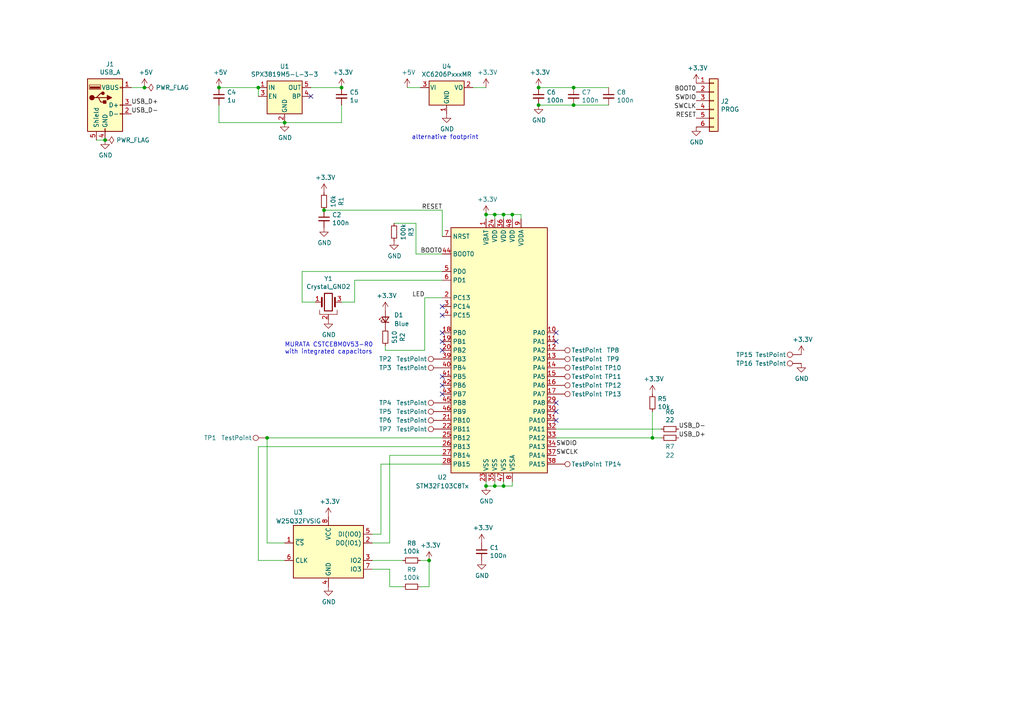
<source format=kicad_sch>
(kicad_sch (version 20211123) (generator eeschema)
  (paper "A4")
  (title_block (title "MiniPill usb stick with SPI flash") (date "2019-04-30") (rev "v0.2") (company "FLACO 2019, licence of this schematic is CC-BY-NC-SA") (comment 1 "STM32F103 \"Bluepill\" in a USB stick form factor") (comment 2 "Only a few IO pins are broken out in order to keep it small") (comment 3 "SPI flash in order to emulate a USB mass storage"))
  (lib_symbols
    (symbol "Connector:TestPoint" (pin_numbers hide) (pin_names (offset 0.762) hide)
      (property "Reference" "TP" (at 0 6.858 0))
      (property "Value" "TestPoint" (at 0 5.08 0))
      (symbol "TestPoint_0_1"
        (circle (center 0 3.302) (radius 0.762))
      )
      (symbol "TestPoint_1_1"
        (pin passive line (at 0 0 90) (length 2.54) (name "1") (number "1"))
      )
    )
    (symbol "Connector:USB_A" (pin_names (offset 1.016))
      (property "Reference" "J" (at -5.08 11.43 0))
      (property "Value" "USB_A" (at -5.08 8.89 0))
      (symbol "USB_A_0_1"
        (rectangle (start -5.08 -7.62) (end 5.08 7.62) (stroke (width 0.254)) (fill (type background)))
        (circle (center -3.81 2.159) (radius 0.635) (stroke (width 0.254)) (fill (type outline)))
        (rectangle (start -1.524 4.826) (end -4.318 5.334) (fill (type outline)))
        (rectangle (start -1.27 4.572) (end -4.572 5.842))
        (circle (center -0.635 3.429) (radius 0.381) (stroke (width 0.254)) (fill (type outline)))
        (rectangle (start -0.127 -7.62) (end 0.127 -6.858))
        (polyline (pts (xy -3.175 2.159) (xy -2.54 2.159) (xy -1.27 3.429) (xy -0.635 3.429)) (stroke (width 0.254)))
        (polyline (pts (xy -2.54 2.159) (xy -1.905 2.159) (xy -1.27 0.889) (xy 0 0.889)) (stroke (width 0.254)))
        (polyline (pts (xy 0.635 2.794) (xy 0.635 1.524) (xy 1.905 2.159) (xy 0.635 2.794)) (stroke (width 0.254)) (fill (type outline)))
        (rectangle (start 0.254 1.27) (end -0.508 0.508) (stroke (width 0.254)) (fill (type outline)))
        (rectangle (start 5.08 -2.667) (end 4.318 -2.413))
        (rectangle (start 5.08 -0.127) (end 4.318 0.127))
        (rectangle (start 5.08 4.953) (end 4.318 5.207))
      )
      (symbol "USB_A_1_1"
        (polyline (pts (xy -1.905 2.159) (xy 0.635 2.159)) (stroke (width 0.254)))
        (pin power_in line (at 7.62 5.08 180) (length 2.54) (name "VBUS") (number "1"))
        (pin bidirectional line (at 7.62 -2.54 180) (length 2.54) (name "D-") (number "2"))
        (pin bidirectional line (at 7.62 0 180) (length 2.54) (name "D+") (number "3"))
        (pin power_in line (at 0 -10.16 90) (length 2.54) (name "GND") (number "4"))
        (pin passive line (at -2.54 -10.16 90) (length 2.54) (name "Shield") (number "5"))
      )
    )
    (symbol "Connector_Generic:Conn_01x06" (pin_names (offset 1.016) hide)
      (property "Reference" "J" (at 0 7.62 0))
      (property "Value" "Conn_01x06" (at 0 -10.16 0))
      (symbol "Conn_01x06_1_1"
        (rectangle (start -1.27 -7.493) (end 0 -7.747) (stroke (width 0.1524)))
        (rectangle (start -1.27 -4.953) (end 0 -5.207) (stroke (width 0.1524)))
        (rectangle (start -1.27 -2.413) (end 0 -2.667) (stroke (width 0.1524)))
        (rectangle (start -1.27 0.127) (end 0 -0.127) (stroke (width 0.1524)))
        (rectangle (start -1.27 2.667) (end 0 2.413) (stroke (width 0.1524)))
        (rectangle (start -1.27 5.207) (end 0 4.953) (stroke (width 0.1524)))
        (rectangle (start -1.27 6.35) (end 1.27 -8.89) (stroke (width 0.254)) (fill (type background)))
        (pin passive line (at -5.08 5.08 0) (length 3.81) (name "Pin_1") (number "1"))
        (pin passive line (at -5.08 2.54 0) (length 3.81) (name "Pin_2") (number "2"))
        (pin passive line (at -5.08 0 0) (length 3.81) (name "Pin_3") (number "3"))
        (pin passive line (at -5.08 -2.54 0) (length 3.81) (name "Pin_4") (number "4"))
        (pin passive line (at -5.08 -5.08 0) (length 3.81) (name "Pin_5") (number "5"))
        (pin passive line (at -5.08 -7.62 0) (length 3.81) (name "Pin_6") (number "6"))
      )
    )
    (symbol "Device:C_Small" (pin_numbers hide) (pin_names (offset 0.254) hide)
      (property "Reference" "C" (at 0.254 1.778 0))
      (property "Value" "C_Small" (at 0.254 -2.032 0))
      (symbol "C_Small_0_1"
        (polyline (pts (xy -1.524 -0.508) (xy 1.524 -0.508)) (stroke (width 0.3302)))
        (polyline (pts (xy -1.524 0.508) (xy 1.524 0.508)) (stroke (width 0.3048)))
      )
      (symbol "C_Small_1_1"
        (pin passive line (at 0 2.54 270) (length 2.032) (name "~") (number "1"))
        (pin passive line (at 0 -2.54 90) (length 2.032) (name "~") (number "2"))
      )
    )
    (symbol "Device:LED_Small" (pin_numbers hide) (pin_names (offset 0.254) hide)
      (property "Reference" "D" (at -1.27 3.175 0))
      (property "Value" "LED_Small" (at -4.445 -2.54 0))
      (symbol "LED_Small_0_1"
        (polyline (pts (xy -0.762 -1.016) (xy -0.762 1.016)) (stroke (width 0.254)))
        (polyline (pts (xy 1.016 0) (xy -0.762 0)))
        (polyline (pts (xy 0.762 -1.016) (xy -0.762 0) (xy 0.762 1.016) (xy 0.762 -1.016)) (stroke (width 0.254)))
        (polyline (pts (xy 0 0.762) (xy -0.508 1.27) (xy -0.254 1.27) (xy -0.508 1.27) (xy -0.508 1.016)))
        (polyline (pts (xy 0.508 1.27) (xy 0 1.778) (xy 0.254 1.778) (xy 0 1.778) (xy 0 1.524)))
      )
      (symbol "LED_Small_1_1"
        (pin passive line (at -2.54 0 0) (length 1.778) (name "K") (number "1"))
        (pin passive line (at 2.54 0 180) (length 1.778) (name "A") (number "2"))
      )
    )
    (symbol "Device:R_Small" (pin_numbers hide) (pin_names (offset 0.254) hide)
      (property "Reference" "R" (at 0.762 0.508 0))
      (property "Value" "R_Small" (at 0.762 -1.016 0))
      (symbol "R_Small_0_1"
        (rectangle (start -0.762 1.778) (end 0.762 -1.778) (stroke (width 0.2032)))
      )
      (symbol "R_Small_1_1"
        (pin passive line (at 0 2.54 270) (length 0.762) (name "~") (number "1"))
        (pin passive line (at 0 -2.54 90) (length 0.762) (name "~") (number "2"))
      )
    )
    (symbol "MCU_ST_STM32F1:STM32F103C8Tx"
      (property "Reference" "U" (at -15.24 36.83 0))
      (property "Value" "STM32F103C8Tx" (at 7.62 36.83 0))
      (symbol "STM32F103C8Tx_0_1"
        (rectangle (start -15.24 -35.56) (end 12.7 35.56) (stroke (width 0.254)) (fill (type background)))
      )
      (symbol "STM32F103C8Tx_1_1"
        (pin power_in line (at -5.08 38.1 270) (length 2.54) (name "VBAT") (number "1"))
        (pin bidirectional line (at 15.24 5.08 180) (length 2.54) (name "PA0") (number "10"))
        (pin bidirectional line (at 15.24 2.54 180) (length 2.54) (name "PA1") (number "11"))
        (pin bidirectional line (at 15.24 0 180) (length 2.54) (name "PA2") (number "12"))
        (pin bidirectional line (at 15.24 -2.54 180) (length 2.54) (name "PA3") (number "13"))
        (pin bidirectional line (at 15.24 -5.08 180) (length 2.54) (name "PA4") (number "14"))
        (pin bidirectional line (at 15.24 -7.62 180) (length 2.54) (name "PA5") (number "15"))
        (pin bidirectional line (at 15.24 -10.16 180) (length 2.54) (name "PA6") (number "16"))
        (pin bidirectional line (at 15.24 -12.7 180) (length 2.54) (name "PA7") (number "17"))
        (pin bidirectional line (at -17.78 5.08 0) (length 2.54) (name "PB0") (number "18"))
        (pin bidirectional line (at -17.78 2.54 0) (length 2.54) (name "PB1") (number "19"))
        (pin bidirectional line (at -17.78 15.24 0) (length 2.54) (name "PC13") (number "2"))
        (pin bidirectional line (at -17.78 0 0) (length 2.54) (name "PB2") (number "20"))
        (pin bidirectional line (at -17.78 -20.32 0) (length 2.54) (name "PB10") (number "21"))
        (pin bidirectional line (at -17.78 -22.86 0) (length 2.54) (name "PB11") (number "22"))
        (pin power_in line (at -5.08 -38.1 90) (length 2.54) (name "VSS") (number "23"))
        (pin power_in line (at -2.54 38.1 270) (length 2.54) (name "VDD") (number "24"))
        (pin bidirectional line (at -17.78 -25.4 0) (length 2.54) (name "PB12") (number "25"))
        (pin bidirectional line (at -17.78 -27.94 0) (length 2.54) (name "PB13") (number "26"))
        (pin bidirectional line (at -17.78 -30.48 0) (length 2.54) (name "PB14") (number "27"))
        (pin bidirectional line (at -17.78 -33.02 0) (length 2.54) (name "PB15") (number "28"))
        (pin bidirectional line (at 15.24 -15.24 180) (length 2.54) (name "PA8") (number "29"))
        (pin bidirectional line (at -17.78 12.7 0) (length 2.54) (name "PC14") (number "3"))
        (pin bidirectional line (at 15.24 -17.78 180) (length 2.54) (name "PA9") (number "30"))
        (pin bidirectional line (at 15.24 -20.32 180) (length 2.54) (name "PA10") (number "31"))
        (pin bidirectional line (at 15.24 -22.86 180) (length 2.54) (name "PA11") (number "32"))
        (pin bidirectional line (at 15.24 -25.4 180) (length 2.54) (name "PA12") (number "33"))
        (pin bidirectional line (at 15.24 -27.94 180) (length 2.54) (name "PA13") (number "34"))
        (pin power_in line (at -2.54 -38.1 90) (length 2.54) (name "VSS") (number "35"))
        (pin power_in line (at 0 38.1 270) (length 2.54) (name "VDD") (number "36"))
        (pin bidirectional line (at 15.24 -30.48 180) (length 2.54) (name "PA14") (number "37"))
        (pin bidirectional line (at 15.24 -33.02 180) (length 2.54) (name "PA15") (number "38"))
        (pin bidirectional line (at -17.78 -2.54 0) (length 2.54) (name "PB3") (number "39"))
        (pin bidirectional line (at -17.78 10.16 0) (length 2.54) (name "PC15") (number "4"))
        (pin bidirectional line (at -17.78 -5.08 0) (length 2.54) (name "PB4") (number "40"))
        (pin bidirectional line (at -17.78 -7.62 0) (length 2.54) (name "PB5") (number "41"))
        (pin bidirectional line (at -17.78 -10.16 0) (length 2.54) (name "PB6") (number "42"))
        (pin bidirectional line (at -17.78 -12.7 0) (length 2.54) (name "PB7") (number "43"))
        (pin input line (at -17.78 27.94 0) (length 2.54) (name "BOOT0") (number "44"))
        (pin bidirectional line (at -17.78 -15.24 0) (length 2.54) (name "PB8") (number "45"))
        (pin bidirectional line (at -17.78 -17.78 0) (length 2.54) (name "PB9") (number "46"))
        (pin power_in line (at 0 -38.1 90) (length 2.54) (name "VSS") (number "47"))
        (pin power_in line (at 2.54 38.1 270) (length 2.54) (name "VDD") (number "48"))
        (pin input line (at -17.78 22.86 0) (length 2.54) (name "PD0") (number "5"))
        (pin input line (at -17.78 20.32 0) (length 2.54) (name "PD1") (number "6"))
        (pin input line (at -17.78 33.02 0) (length 2.54) (name "NRST") (number "7"))
        (pin power_in line (at 2.54 -38.1 90) (length 2.54) (name "VSSA") (number "8"))
        (pin power_in line (at 5.08 38.1 270) (length 2.54) (name "VDDA") (number "9"))
      )
    )
    (symbol "Memory_Flash:W25Q32JVSS"
      (property "Reference" "U" (at -8.89 8.89 0))
      (property "Value" "W25Q32JVSS" (at 7.62 8.89 0))
      (symbol "W25Q32JVSS_0_1"
        (rectangle (start -10.16 7.62) (end 10.16 -7.62) (stroke (width 0.254)) (fill (type background)))
      )
      (symbol "W25Q32JVSS_1_1"
        (pin input line (at -12.7 2.54 0) (length 2.54) (name "~{CS}") (number "1"))
        (pin bidirectional line (at 12.7 2.54 180) (length 2.54) (name "DO(IO1)") (number "2"))
        (pin bidirectional line (at 12.7 -2.54 180) (length 2.54) (name "IO2") (number "3"))
        (pin power_in line (at 0 -10.16 90) (length 2.54) (name "GND") (number "4"))
        (pin bidirectional line (at 12.7 5.08 180) (length 2.54) (name "DI(IO0)") (number "5"))
        (pin input line (at -12.7 -2.54 0) (length 2.54) (name "CLK") (number "6"))
        (pin bidirectional line (at 12.7 -5.08 180) (length 2.54) (name "IO3") (number "7"))
        (pin power_in line (at 0 10.16 270) (length 2.54) (name "VCC") (number "8"))
      )
    )
    (symbol "MiniPill-usb-stick-rescue:Crystal_GND2-device" (pin_names (offset 1.016) hide)
      (property "Reference" "Y" (at 0 5.715 0))
      (property "Value" "MiniPill-usb-stick-rescue_Crystal_GND2-device" (at 0 3.81 0))
      (symbol "Crystal_GND2-device_0_1"
        (rectangle (start -1.143 2.54) (end 1.143 -2.54) (stroke (width 0.3048)))
        (polyline (pts (xy -2.54 0) (xy -1.905 0)))
        (polyline (pts (xy -1.905 -1.27) (xy -1.905 1.27)) (stroke (width 0.508)))
        (polyline (pts (xy 0 -3.81) (xy 0 -3.556)))
        (polyline (pts (xy 1.905 0) (xy 2.54 0)))
        (polyline (pts (xy 1.905 1.27) (xy 1.905 -1.27)) (stroke (width 0.508)))
        (polyline (pts (xy -2.54 -2.286) (xy -2.54 -3.556) (xy 2.54 -3.556) (xy 2.54 -2.286)))
      )
      (symbol "Crystal_GND2-device_1_1"
        (pin passive line (at -3.81 0 0) (length 1.27) (name "1") (number "1"))
        (pin passive line (at 0 -5.08 90) (length 1.27) (name "2") (number "2"))
        (pin passive line (at 3.81 0 180) (length 1.27) (name "3") (number "3"))
      )
    )
    (symbol "Regulator_Linear:SPX3819M5-L-3-3" (pin_names (offset 0.254))
      (property "Reference" "U" (at -3.81 5.715 0))
      (property "Value" "SPX3819M5-L-3-3" (at 0 5.715 0))
      (symbol "SPX3819M5-L-3-3_0_1"
        (rectangle (start -5.08 4.445) (end 5.08 -5.08) (stroke (width 0.254)) (fill (type background)))
      )
      (symbol "SPX3819M5-L-3-3_1_1"
        (pin power_in line (at -7.62 2.54 0) (length 2.54) (name "IN") (number "1"))
        (pin power_in line (at 0 -7.62 90) (length 2.54) (name "GND") (number "2"))
        (pin input line (at -7.62 0 0) (length 2.54) (name "EN") (number "3"))
        (pin input line (at 7.62 0 180) (length 2.54) (name "BP") (number "4"))
        (pin power_out line (at 7.62 2.54 180) (length 2.54) (name "OUT") (number "5"))
      )
    )
    (symbol "Regulator_Linear:XC6206PxxxMR" (pin_names (offset 0.254))
      (property "Reference" "U" (at -3.81 3.175 0))
      (property "Value" "XC6206PxxxMR" (at 0 3.175 0))
      (symbol "XC6206PxxxMR_0_1"
        (rectangle (start -5.08 1.905) (end 5.08 -5.08) (stroke (width 0.254)) (fill (type background)))
      )
      (symbol "XC6206PxxxMR_1_1"
        (pin power_in line (at 0 -7.62 90) (length 2.54) (name "GND") (number "1"))
        (pin power_out line (at 7.62 0 180) (length 2.54) (name "VO") (number "2"))
        (pin power_in line (at -7.62 0 0) (length 2.54) (name "VI") (number "3"))
      )
    )
    (symbol "power:+3.3V" (power) (pin_names (offset 0))
      (property "Value" "+3.3V" (at 0 3.556 0))
      (symbol "+3.3V_0_1"
        (polyline (pts (xy -0.762 1.27) (xy 0 2.54)))
        (polyline (pts (xy 0 0) (xy 0 2.54)))
        (polyline (pts (xy 0 2.54) (xy 0.762 1.27)))
      )
      (symbol "+3.3V_1_1"
        (pin power_in line (at 0 0 90) (length 0) hide (name "+3.3V") (number "1"))
      )
    )
    (symbol "power:+5V" (power) (pin_names (offset 0))
      (property "Value" "+5V" (at 0 3.556 0))
      (symbol "+5V_0_1"
        (polyline (pts (xy -0.762 1.27) (xy 0 2.54)))
        (polyline (pts (xy 0 0) (xy 0 2.54)))
        (polyline (pts (xy 0 2.54) (xy 0.762 1.27)))
      )
      (symbol "+5V_1_1"
        (pin power_in line (at 0 0 90) (length 0) hide (name "+5V") (number "1"))
      )
    )
    (symbol "power:GND" (power) (pin_names (offset 0))
      (property "Value" "GND" (at 0 -3.81 0))
      (symbol "GND_0_1"
        (polyline (pts (xy 0 0) (xy 0 -1.27) (xy 1.27 -1.27) (xy 0 -2.54) (xy -1.27 -1.27) (xy 0 -1.27)))
      )
      (symbol "GND_1_1"
        (pin power_in line (at 0 0 270) (length 0) hide (name "GND") (number "1"))
      )
    )
    (symbol "power:PWR_FLAG" (power) (pin_numbers hide) (pin_names (offset 0) hide)
      (property "Value" "PWR_FLAG" (at 0 3.81 0))
      (symbol "PWR_FLAG_0_0"
        (pin power_out line (at 0 0 90) (length 0) (name "pwr") (number "1"))
      )
      (symbol "PWR_FLAG_0_1"
        (polyline (pts (xy 0 0) (xy 0 1.27) (xy -1.016 1.905) (xy 0 2.54) (xy 1.016 1.905) (xy 0 1.27)))
      )
    )
  )
  (junction (at 166.37 30.48))
  (junction (at 156.21 25.4))
  (junction (at 140.97 62.23))
  (junction (at 82.55 35.56))
  (junction (at 99.06 25.4))
  (junction (at 140.97 140.97))
  (junction (at 41.91 25.4))
  (junction (at 63.5 25.4))
  (junction (at 146.05 62.23))
  (junction (at 143.51 62.23))
  (junction (at 143.51 140.97))
  (junction (at 156.21 30.48))
  (junction (at 74.93 25.4))
  (junction (at 148.59 62.23))
  (junction (at 146.05 140.97))
  (junction (at 77.47 127))
  (junction (at 124.46 162.56))
  (junction (at 166.37 25.4))
  (junction (at 30.48 40.64))
  (junction (at 93.98 60.96))
  (junction (at 189.23 127))
  (no_connect (at 90.17 27.94))
  (no_connect (at 128.27 99.06))
  (no_connect (at 128.27 109.22))
  (no_connect (at 161.29 119.38))
  (no_connect (at 128.27 111.76))
  (no_connect (at 161.29 116.84))
  (no_connect (at 161.29 96.52))
  (no_connect (at 128.27 91.44))
  (no_connect (at 128.27 88.9))
  (no_connect (at 128.27 101.6))
  (no_connect (at 161.29 121.92))
  (no_connect (at 161.29 99.06))
  (no_connect (at 128.27 114.3))
  (no_connect (at 128.27 96.52))
  (wire (pts (xy 27.94 40.64) (xy 30.48 40.64)))
  (wire (pts (xy 161.29 124.46) (xy 191.77 124.46)))
  (wire (pts (xy 90.17 25.4) (xy 99.06 25.4)))
  (wire (pts (xy 166.37 25.4) (xy 176.53 25.4)))
  (wire (pts (xy 113.03 157.48) (xy 107.95 157.48)))
  (wire (pts (xy 146.05 140.97) (xy 143.51 140.97)))
  (wire (pts (xy 124.46 170.18) (xy 121.92 170.18)))
  (wire (pts (xy 156.21 25.4) (xy 166.37 25.4)))
  (wire (pts (xy 128.27 78.74) (xy 87.63 78.74)))
  (wire (pts (xy 189.23 127) (xy 191.77 127)))
  (wire (pts (xy 107.95 154.94) (xy 110.49 154.94)))
  (wire (pts (xy 143.51 62.23) (xy 140.97 62.23)))
  (wire (pts (xy 140.97 139.7) (xy 140.97 140.97)))
  (wire (pts (xy 137.16 25.4) (xy 140.97 25.4)))
  (wire (pts (xy 102.87 87.63) (xy 99.06 87.63)))
  (wire (pts (xy 111.76 101.6) (xy 111.76 100.33)))
  (wire (pts (xy 151.13 62.23) (xy 148.59 62.23)))
  (wire (pts (xy 93.98 60.96) (xy 128.27 60.96)))
  (wire (pts (xy 99.06 35.56) (xy 99.06 30.48)))
  (wire (pts (xy 148.59 139.7) (xy 148.59 140.97)))
  (wire (pts (xy 118.11 25.4) (xy 121.92 25.4)))
  (wire (pts (xy 148.59 140.97) (xy 146.05 140.97)))
  (wire (pts (xy 128.27 60.96) (xy 128.27 68.58)))
  (wire (pts (xy 74.93 27.94) (xy 74.93 25.4)))
  (wire (pts (xy 74.93 25.4) (xy 63.5 25.4)))
  (wire (pts (xy 166.37 30.48) (xy 156.21 30.48)))
  (wire (pts (xy 74.93 162.56) (xy 82.55 162.56)))
  (wire (pts (xy 128.27 129.54) (xy 74.93 129.54)))
  (wire (pts (xy 124.46 162.56) (xy 124.46 170.18)))
  (wire (pts (xy 128.27 132.08) (xy 113.03 132.08)))
  (wire (pts (xy 123.19 101.6) (xy 111.76 101.6)))
  (wire (pts (xy 148.59 62.23) (xy 146.05 62.23)))
  (wire (pts (xy 74.93 129.54) (xy 74.93 162.56)))
  (wire (pts (xy 120.65 64.77) (xy 120.65 73.66)))
  (wire (pts (xy 146.05 63.5) (xy 146.05 62.23)))
  (wire (pts (xy 128.27 81.28) (xy 102.87 81.28)))
  (wire (pts (xy 82.55 35.56) (xy 99.06 35.56)))
  (wire (pts (xy 116.84 162.56) (xy 107.95 162.56)))
  (wire (pts (xy 146.05 139.7) (xy 146.05 140.97)))
  (wire (pts (xy 38.1 25.4) (xy 41.91 25.4)))
  (wire (pts (xy 161.29 127) (xy 189.23 127)))
  (wire (pts (xy 143.51 63.5) (xy 143.51 62.23)))
  (wire (pts (xy 110.49 134.62) (xy 128.27 134.62)))
  (wire (pts (xy 128.27 127) (xy 77.47 127)))
  (wire (pts (xy 102.87 81.28) (xy 102.87 87.63)))
  (wire (pts (xy 120.65 73.66) (xy 128.27 73.66)))
  (wire (pts (xy 110.49 154.94) (xy 110.49 134.62)))
  (wire (pts (xy 123.19 86.36) (xy 123.19 101.6)))
  (wire (pts (xy 151.13 63.5) (xy 151.13 62.23)))
  (wire (pts (xy 82.55 35.56) (xy 63.5 35.56)))
  (wire (pts (xy 113.03 165.1) (xy 113.03 170.18)))
  (wire (pts (xy 143.51 139.7) (xy 143.51 140.97)))
  (wire (pts (xy 77.47 157.48) (xy 82.55 157.48)))
  (wire (pts (xy 121.92 162.56) (xy 124.46 162.56)))
  (wire (pts (xy 63.5 35.56) (xy 63.5 30.48)))
  (wire (pts (xy 113.03 132.08) (xy 113.03 157.48)))
  (wire (pts (xy 114.3 64.77) (xy 120.65 64.77)))
  (wire (pts (xy 176.53 30.48) (xy 166.37 30.48)))
  (wire (pts (xy 77.47 127) (xy 77.47 157.48)))
  (wire (pts (xy 189.23 119.38) (xy 189.23 127)))
  (wire (pts (xy 148.59 63.5) (xy 148.59 62.23)))
  (wire (pts (xy 87.63 87.63) (xy 91.44 87.63)))
  (wire (pts (xy 107.95 165.1) (xy 113.03 165.1)))
  (wire (pts (xy 146.05 62.23) (xy 143.51 62.23)))
  (wire (pts (xy 123.19 86.36) (xy 128.27 86.36)))
  (wire (pts (xy 87.63 78.74) (xy 87.63 87.63)))
  (wire (pts (xy 140.97 63.5) (xy 140.97 62.23)))
  (wire (pts (xy 143.51 140.97) (xy 140.97 140.97)))
  (wire (pts (xy 113.03 170.18) (xy 116.84 170.18)))
  (text "alternative footprint" (at 119.38 40.64 0) (effects (font (size 1.27 1.27)) (justify left bottom)))
  (text "MURATA CSTCE8M0V53-R0\nwith integrated capacitors" (at 82.55 102.87 0) (effects (font (size 1.27 1.27)) (justify left bottom)))
  (label "USB_D-" (at 38.1 33.02 0))
  (label "BOOT0" (at 201.93 26.67 180))
  (label "USB_D-" (at 196.85 124.46 0))
  (label "RESET" (at 128.27 60.96 180))
  (label "USB_D+" (at 196.85 127 0))
  (label "USB_D+" (at 38.1 30.48 0))
  (label "LED" (at 123.19 86.36 180))
  (label "SWDIO" (at 161.29 129.54 0))
  (label "RESET" (at 201.93 34.29 180))
  (label "SWCLK" (at 201.93 31.75 180))
  (label "BOOT0" (at 128.27 73.66 180))
  (label "SWCLK" (at 161.29 132.08 0))
  (label "SWDIO" (at 201.93 29.21 180))
  (symbol (lib_id "MCU_ST_STM32F1:STM32F103C8Tx") (at 146.05 101.6 0) (unit 1)
    (property "Reference" "U2" (at 128.27 138.43 0))
    (property "Value" "STM32F103C8Tx" (at 128.27 140.97 0))
    (property "Footprint" "Package_QFP:LQFP-48_7x7mm_P0.5mm" (effects hide))
    (property "Footprint" "Package_QFP:LQFP-48_7x7mm_P0.5mm" (effects hide))
    (property "Reference" "U2" (effects hide))
    (property "Value" "STM32F103C8Tx" (effects hide))
  )
  (symbol (lib_id "Regulator_Linear:SPX3819M5-L-3-3") (at 82.55 27.94 0) (unit 1)
    (property "Reference" "U1" (at 82.55 19.2532 0))
    (property "Value" "SPX3819M5-L-3-3" (at 82.55 21.5646 0))
    (property "Footprint" "Package_TO_SOT_SMD:SOT-23-5" (effects hide))
    (property "Footprint" "Package_TO_SOT_SMD:SOT-23-5" (effects hide))
    (property "Reference" "U1" (effects hide))
    (property "Value" "SPX3819M5-L-3-3" (effects hide))
  )
  (symbol (lib_id "Device:C_Small") (at 63.5 27.94 0) (unit 1)
    (property "Reference" "C4" (at 65.8368 26.7716 0) (effects (justify left)))
    (property "Value" "1u" (at 65.8368 29.083 0) (effects (justify left)))
    (property "Footprint" "Capacitor_SMD:C_0805_2012Metric" (effects hide))
    (property "Footprint" "Capacitor_SMD:C_0805_2012Metric" (effects hide))
    (property "Reference" "C4" (effects hide))
    (property "Value" "1u" (effects hide))
  )
  (symbol (lib_id "Device:C_Small") (at 99.06 27.94 0) (unit 1)
    (property "Reference" "C5" (at 101.3968 26.7716 0) (effects (justify left)))
    (property "Value" "1u" (at 101.3968 29.083 0) (effects (justify left)))
    (property "Footprint" "Capacitor_SMD:C_0805_2012Metric" (effects hide))
    (property "Footprint" "Capacitor_SMD:C_0805_2012Metric" (effects hide))
    (property "Reference" "C5" (effects hide))
    (property "Value" "1u" (effects hide))
  )
  (symbol (lib_id "Connector:USB_A") (at 30.48 30.48 0) (unit 1)
    (property "Reference" "J1" (at 31.9278 18.6182 0))
    (property "Value" "USB_A" (at 31.9278 20.9296 0))
    (property "Footprint" "Connector_USB:USB_A_CNCTech_1001-011-01101_Horizontal" (effects hide))
    (property "Footprint" "Connector_USB:USB_A_CNCTech_1001-011-01101_Horizontal" (effects hide))
    (property "Reference" "J1" (effects hide))
    (property "Value" "USB_A" (effects hide))
  )
  (symbol (lib_id "power:GND") (at 30.48 40.64 0) (unit 1)
    (property "Reference" "#PWR0101" (effects hide))
    (property "Value" "GND" (at 30.607 45.0342 0))
  )
  (symbol (lib_id "power:+5V") (at 41.91 25.4 0) (unit 1)
    (property "Reference" "#PWR0102" (effects hide))
    (property "Value" "+5V" (at 42.291 21.0058 0))
  )
  (symbol (lib_id "Device:R_Small") (at 194.31 124.46 270) (unit 1)
    (property "Reference" "R6" (at 194.31 119.4816 90))
    (property "Value" "22" (at 194.31 121.793 90))
    (property "Footprint" "Resistor_SMD:R_0805_2012Metric" (effects hide))
    (property "Footprint" "Resistor_SMD:R_0805_2012Metric" (effects hide))
    (property "Reference" "R6" (effects hide))
    (property "Value" "22" (effects hide))
  )
  (symbol (lib_id "Device:R_Small") (at 194.31 127 270) (unit 1)
    (property "Reference" "R7" (at 194.31 129.54 90))
    (property "Value" "22" (at 194.31 132.08 90))
    (property "Footprint" "Resistor_SMD:R_0805_2012Metric" (effects hide))
    (property "Footprint" "Resistor_SMD:R_0805_2012Metric" (effects hide))
    (property "Reference" "R7" (effects hide))
    (property "Value" "22" (effects hide))
  )
  (symbol (lib_id "Device:R_Small") (at 189.23 116.84 180) (unit 1)
    (property "Reference" "R5" (at 190.7286 115.6716 0) (effects (justify right)))
    (property "Value" "10k" (at 190.7286 117.983 0) (effects (justify right)))
    (property "Footprint" "Resistor_SMD:R_0805_2012Metric" (effects hide))
    (property "Footprint" "Resistor_SMD:R_0805_2012Metric" (effects hide))
    (property "Reference" "R5" (effects hide))
    (property "Value" "10k" (effects hide))
  )
  (symbol (lib_id "Connector_Generic:Conn_01x06") (at 207.01 29.21 0) (unit 1)
    (property "Reference" "J2" (at 209.042 29.4132 0) (effects (justify left)))
    (property "Value" "PROG" (at 209.042 31.7246 0) (effects (justify left)))
    (property "Footprint" "Connector_PinHeader_2.54mm:PinHeader_1x06_P2.54mm_Vertical" (effects hide))
    (property "Footprint" "Connector_PinHeader_2.54mm:PinHeader_1x06_P2.54mm_Vertical" (effects hide))
    (property "Reference" "J2" (effects hide))
    (property "Value" "PROG" (effects hide))
  )
  (symbol (lib_id "power:+3.3V") (at 189.23 114.3 0) (unit 1)
    (property "Reference" "#PWR0103" (effects hide))
    (property "Value" "+3.3V" (at 189.611 109.9058 0))
  )
  (symbol (lib_id "power:+3.3V") (at 99.06 25.4 0) (unit 1)
    (property "Reference" "#PWR0104" (effects hide))
    (property "Value" "+3.3V-power" (at 99.441 21.0058 0))
  )
  (symbol (lib_id "power:+5V") (at 63.5 25.4 0) (unit 1)
    (property "Reference" "#PWR0105" (effects hide))
    (property "Value" "+5V" (at 63.881 21.0058 0))
  )
  (symbol (lib_id "power:GND") (at 201.93 36.83 0) (unit 1)
    (property "Reference" "#PWR0119" (effects hide))
    (property "Value" "GND" (at 202.057 41.2242 0))
  )
  (symbol (lib_id "power:GND") (at 82.55 35.56 0) (unit 1)
    (property "Reference" "#PWR0106" (effects hide))
    (property "Value" "GND" (at 82.677 39.9542 0))
  )
  (symbol (lib_id "power:+3.3V") (at 201.93 24.13 0) (unit 1)
    (property "Reference" "#PWR0120" (effects hide))
    (property "Value" "+3.3V" (at 202.311 19.7358 0))
  )
  (symbol (lib_id "power:+3.3V") (at 140.97 62.23 0) (unit 1)
    (property "Reference" "#PWR0107" (effects hide))
    (property "Value" "+3.3V" (at 141.351 57.8358 0))
  )
  (symbol (lib_id "power:GND") (at 140.97 140.97 0) (unit 1)
    (property "Reference" "#PWR0109" (effects hide))
    (property "Value" "GND" (at 141.097 145.3642 0))
  )
  (symbol (lib_id "power:PWR_FLAG") (at 41.91 25.4 270) (unit 1)
    (property "Reference" "#FLG0101" (effects hide))
    (property "Value" "PWR_FLAG" (at 45.1612 25.4 90) (effects (justify left)))
  )
  (symbol (lib_id "power:GND") (at 156.21 30.48 0) (unit 1)
    (property "Reference" "#PWR0110" (effects hide))
    (property "Value" "GND" (at 156.337 34.8742 0))
  )
  (symbol (lib_id "power:+3.3V") (at 156.21 25.4 0) (unit 1)
    (property "Reference" "#PWR0111" (effects hide))
    (property "Value" "+3.3V" (at 156.591 21.0058 0))
  )
  (symbol (lib_id "power:PWR_FLAG") (at 30.48 40.64 270) (unit 1)
    (property "Reference" "#FLG0102" (effects hide))
    (property "Value" "PWR_FLAG" (at 33.7312 40.64 90) (effects (justify left)))
  )
  (symbol (lib_id "Device:C_Small") (at 156.21 27.94 0) (unit 1)
    (property "Reference" "C6" (at 158.5468 26.7716 0) (effects (justify left)))
    (property "Value" "100n" (at 158.5468 29.083 0) (effects (justify left)))
    (property "Footprint" "Capacitor_SMD:C_0805_2012Metric" (effects hide))
    (property "Footprint" "Capacitor_SMD:C_0805_2012Metric" (effects hide))
    (property "Reference" "C6" (effects hide))
    (property "Value" "100n" (effects hide))
  )
  (symbol (lib_id "Device:C_Small") (at 166.37 27.94 0) (unit 1)
    (property "Reference" "C7" (at 168.7068 26.7716 0) (effects (justify left)))
    (property "Value" "100n" (at 168.7068 29.083 0) (effects (justify left)))
    (property "Footprint" "Capacitor_SMD:C_0805_2012Metric" (effects hide))
    (property "Footprint" "Capacitor_SMD:C_0805_2012Metric" (effects hide))
    (property "Reference" "C7" (effects hide))
    (property "Value" "100n" (effects hide))
  )
  (symbol (lib_id "Device:C_Small") (at 176.53 27.94 0) (unit 1)
    (property "Reference" "C8" (at 178.8668 26.7716 0) (effects (justify left)))
    (property "Value" "100n" (at 178.8668 29.083 0) (effects (justify left)))
    (property "Footprint" "Capacitor_SMD:C_0805_2012Metric" (effects hide))
    (property "Footprint" "Capacitor_SMD:C_0805_2012Metric" (effects hide))
    (property "Reference" "C8" (effects hide))
    (property "Value" "100n" (effects hide))
  )
  (symbol (lib_id "power:GND") (at 95.25 92.71 0) (unit 1)
    (property "Reference" "#PWR0112" (effects hide))
    (property "Value" "GND" (at 95.377 97.1042 0))
  )
  (symbol (lib_id "Device:R_Small") (at 111.76 97.79 180) (unit 1)
    (property "Reference" "R2" (at 116.7384 97.79 90))
    (property "Value" "510" (at 114.427 97.79 90))
    (property "Footprint" "Resistor_SMD:R_0805_2012Metric" (effects hide))
    (property "Footprint" "Resistor_SMD:R_0805_2012Metric" (effects hide))
    (property "Reference" "R2" (effects hide))
    (property "Value" "510" (effects hide))
  )
  (symbol (lib_id "power:+3.3V") (at 111.76 90.17 0) (unit 1)
    (property "Reference" "#PWR0113" (effects hide))
    (property "Value" "+3.3V" (at 112.141 85.7758 0))
  )
  (symbol (lib_id "Device:R_Small") (at 114.3 67.31 180) (unit 1)
    (property "Reference" "R3" (at 119.2784 67.31 90))
    (property "Value" "100k" (at 116.967 67.31 90))
    (property "Footprint" "Resistor_SMD:R_0805_2012Metric" (effects hide))
    (property "Footprint" "Resistor_SMD:R_0805_2012Metric" (effects hide))
    (property "Reference" "R3" (effects hide))
    (property "Value" "100k" (effects hide))
  )
  (symbol (lib_id "Device:R_Small") (at 93.98 58.42 180) (unit 1)
    (property "Reference" "R1" (at 98.9584 58.42 90))
    (property "Value" "10k" (at 96.647 58.42 90))
    (property "Footprint" "Resistor_SMD:R_0805_2012Metric" (effects hide))
    (property "Footprint" "Resistor_SMD:R_0805_2012Metric" (effects hide))
    (property "Reference" "R1" (effects hide))
    (property "Value" "10k" (effects hide))
  )
  (symbol (lib_id "Device:C_Small") (at 93.98 63.5 0) (unit 1)
    (property "Reference" "C2" (at 96.3168 62.3316 0) (effects (justify left)))
    (property "Value" "100n" (at 96.3168 64.643 0) (effects (justify left)))
    (property "Footprint" "Capacitor_SMD:C_0805_2012Metric" (effects hide))
    (property "Footprint" "Capacitor_SMD:C_0805_2012Metric" (effects hide))
    (property "Reference" "C2" (effects hide))
    (property "Value" "100n" (effects hide))
  )
  (symbol (lib_id "power:+3.3V") (at 93.98 55.88 0) (unit 1)
    (property "Reference" "#PWR0114" (effects hide))
    (property "Value" "+3.3V" (at 94.361 51.4858 0))
  )
  (symbol (lib_id "power:GND") (at 93.98 66.04 0) (unit 1)
    (property "Reference" "#PWR0115" (effects hide))
    (property "Value" "GND" (at 94.107 70.4342 0))
  )
  (symbol (lib_id "MiniPill-usb-stick-rescue:Crystal_GND2-device") (at 95.25 87.63 0) (unit 1)
    (property "Reference" "Y1" (at 95.25 80.8228 0))
    (property "Value" "Crystal_GND2" (at 95.25 83.1342 0))
    (property "Footprint" "Crystal:Resonator_SMD_Murata_CSTxExxV-3Pin_3.0x1.1mm" (effects hide))
    (property "Footprint" "Crystal:Resonator_SMD_Murata_CSTxExxV-3Pin_3.0x1.1mm" (effects hide))
    (property "Reference" "Y1" (effects hide))
    (property "Value" "Crystal_GND2" (effects hide))
  )
  (symbol (lib_id "Memory_Flash:W25Q32JVSS") (at 95.25 160.02 0) (unit 1)
    (property "Reference" "U3" (at 85.09 148.59 0) (effects (justify left)))
    (property "Value" "W25Q32FVSIG" (at 80.01 151.13 0) (effects (justify left)))
    (property "Footprint" "Package_SO:SOIC-8_5.23x5.23mm_P1.27mm" (effects hide))
    (property "Footprint" "Package_SO:SOIC-8_5.23x5.23mm_P1.27mm" (effects hide))
    (property "Reference" "U3" (effects hide))
    (property "Value" "W25Q32FVSIG" (effects hide))
  )
  (symbol (lib_id "Device:C_Small") (at 139.7 160.02 0) (unit 1)
    (property "Reference" "C1" (at 142.0368 158.8516 0) (effects (justify left)))
    (property "Value" "100n" (at 142.0368 161.163 0) (effects (justify left)))
    (property "Footprint" "Capacitor_SMD:C_0805_2012Metric" (effects hide))
    (property "Footprint" "Capacitor_SMD:C_0805_2012Metric" (effects hide))
    (property "Reference" "C1" (effects hide))
    (property "Value" "100n" (effects hide))
  )
  (symbol (lib_id "power:+3.3V") (at 95.25 149.86 0) (unit 1)
    (property "Reference" "#PWR0121" (effects hide))
    (property "Value" "+3.3V" (at 95.631 145.4658 0))
  )
  (symbol (lib_id "power:GND") (at 95.25 170.18 0) (unit 1)
    (property "Reference" "#PWR0122" (effects hide))
    (property "Value" "GND" (at 95.377 174.5742 0))
  )
  (symbol (lib_id "power:+3.3V") (at 139.7 157.48 0) (unit 1)
    (property "Reference" "#PWR0123" (effects hide))
    (property "Value" "+3.3V" (at 140.081 153.0858 0))
  )
  (symbol (lib_id "power:GND") (at 139.7 162.56 0) (unit 1)
    (property "Reference" "#PWR0124" (effects hide))
    (property "Value" "GND" (at 139.827 166.9542 0))
  )
  (symbol (lib_id "power:GND") (at 114.3 69.85 0) (unit 1)
    (property "Reference" "#PWR01" (effects hide))
    (property "Value" "GND" (at 114.427 74.2442 0))
  )
  (symbol (lib_id "power:+3.3V") (at 124.46 162.56 0) (unit 1)
    (property "Reference" "#PWR03" (effects hide))
    (property "Value" "+3.3V" (at 124.841 158.1658 0))
  )
  (symbol (lib_id "Connector:TestPoint") (at 232.41 105.41 90) (unit 1)
    (property "Reference" "TP16" (at 215.9 105.41 90))
    (property "Value" "TestPoint" (at 223.52 105.41 90))
    (property "Footprint" "Sassa:Measurement_Point_Round-SMD-Pad_VerySmall" (effects hide))
  )
  (symbol (lib_id "Connector:TestPoint") (at 161.29 101.6 270) (unit 1)
    (property "Reference" "TP8" (at 177.8 101.6 90))
    (property "Value" "TestPoint" (at 170.18 101.6 90))
    (property "Footprint" "Sassa:Measurement_Point_Round-SMD-Pad_VerySmall" (effects hide))
  )
  (symbol (lib_id "Connector:TestPoint") (at 77.47 127 90) (unit 1)
    (property "Reference" "TP1" (at 60.96 127 90))
    (property "Value" "TestPoint" (at 68.58 127 90))
    (property "Footprint" "Sassa:Measurement_Point_Round-SMD-Pad_VerySmall" (effects hide))
  )
  (symbol (lib_id "Connector:TestPoint") (at 128.27 119.38 90) (unit 1)
    (property "Reference" "TP5" (at 111.76 119.38 90))
    (property "Value" "TestPoint" (at 119.38 119.38 90))
    (property "Footprint" "Sassa:Measurement_Point_Round-SMD-Pad_VerySmall" (effects hide))
  )
  (symbol (lib_id "Connector:TestPoint") (at 128.27 121.92 90) (unit 1)
    (property "Reference" "TP6" (at 111.76 121.92 90))
    (property "Value" "TestPoint" (at 119.38 121.92 90))
    (property "Footprint" "Sassa:Measurement_Point_Round-SMD-Pad_VerySmall" (effects hide))
  )
  (symbol (lib_id "power:GND") (at 232.41 105.41 0) (unit 1)
    (property "Reference" "#PWR07" (effects hide))
    (property "Value" "GND" (at 232.537 109.8042 0))
  )
  (symbol (lib_id "Connector:TestPoint") (at 232.41 102.87 90) (unit 1)
    (property "Reference" "TP15" (at 215.9 102.87 90))
    (property "Value" "TestPoint" (at 223.52 102.87 90))
    (property "Footprint" "Sassa:Measurement_Point_Round-SMD-Pad_VerySmall" (effects hide))
  )
  (symbol (lib_id "Connector:TestPoint") (at 128.27 116.84 90) (unit 1)
    (property "Reference" "TP4" (at 111.76 116.84 90))
    (property "Value" "TestPoint" (at 119.38 116.84 90))
    (property "Footprint" "Sassa:Measurement_Point_Round-SMD-Pad_VerySmall" (effects hide))
  )
  (symbol (lib_id "Device:LED_Small") (at 111.76 92.71 90) (unit 1)
    (property "Reference" "D1" (at 114.3 91.3764 90) (effects (justify right)))
    (property "Value" "Blue" (at 114.3 93.9164 90) (effects (justify right)))
    (property "Footprint" "LED_SMD:LED_0805_2012Metric" (effects hide))
  )
  (symbol (lib_id "Connector:TestPoint") (at 161.29 114.3 270) (unit 1)
    (property "Reference" "TP13" (at 177.8 114.3 90))
    (property "Value" "TestPoint" (at 170.18 114.3 90))
    (property "Footprint" "Sassa:Measurement_Point_Round-SMD-Pad_VerySmall" (effects hide))
  )
  (symbol (lib_id "Connector:TestPoint") (at 161.29 111.76 270) (unit 1)
    (property "Reference" "TP12" (at 177.8 111.76 90))
    (property "Value" "TestPoint" (at 170.18 111.76 90))
    (property "Footprint" "Sassa:Measurement_Point_Round-SMD-Pad_VerySmall" (effects hide))
  )
  (symbol (lib_id "Connector:TestPoint") (at 128.27 124.46 90) (unit 1)
    (property "Reference" "TP7" (at 111.76 124.46 90))
    (property "Value" "TestPoint" (at 119.38 124.46 90))
    (property "Footprint" "Sassa:Measurement_Point_Round-SMD-Pad_VerySmall" (effects hide))
  )
  (symbol (lib_id "Connector:TestPoint") (at 161.29 109.22 270) (unit 1)
    (property "Reference" "TP11" (at 177.8 109.22 90))
    (property "Value" "TestPoint" (at 170.18 109.22 90))
    (property "Footprint" "Sassa:Measurement_Point_Round-SMD-Pad_VerySmall" (effects hide))
  )
  (symbol (lib_id "Device:R_Small") (at 119.38 162.56 270) (unit 1)
    (property "Reference" "R8" (at 119.38 157.5816 90))
    (property "Value" "100k" (at 119.38 159.893 90))
    (property "Footprint" "Resistor_SMD:R_0805_2012Metric" (effects hide))
  )
  (symbol (lib_id "Connector:TestPoint") (at 161.29 134.62 270) (unit 1)
    (property "Reference" "TP14" (at 177.8 134.62 90))
    (property "Value" "TestPoint" (at 170.18 134.62 90))
    (property "Footprint" "Sassa:Measurement_Point_Round-SMD-Pad_VerySmall" (effects hide))
  )
  (symbol (lib_id "Connector:TestPoint") (at 128.27 106.68 90) (unit 1)
    (property "Reference" "TP3" (at 111.76 106.68 90))
    (property "Value" "TestPoint" (at 119.38 106.68 90))
    (property "Footprint" "Sassa:Measurement_Point_Round-SMD-Pad_VerySmall" (effects hide))
  )
  (symbol (lib_id "Connector:TestPoint") (at 161.29 104.14 270) (unit 1)
    (property "Reference" "TP9" (at 177.8 104.14 90))
    (property "Value" "TestPoint" (at 170.18 104.14 90))
    (property "Footprint" "Sassa:Measurement_Point_Round-SMD-Pad_VerySmall" (effects hide))
  )
  (symbol (lib_id "power:+3.3V") (at 140.97 25.4 0) (unit 1)
    (property "Reference" "#PWR05" (effects hide))
    (property "Value" "+3.3V" (at 141.351 21.0058 0))
  )
  (symbol (lib_id "power:+5V") (at 118.11 25.4 0) (unit 1)
    (property "Reference" "#PWR02" (effects hide))
    (property "Value" "+5V" (at 118.491 21.0058 0))
  )
  (symbol (lib_id "power:+3.3V") (at 232.41 102.87 0) (unit 1)
    (property "Reference" "#PWR06" (effects hide))
    (property "Value" "+3.3V" (at 232.791 98.4758 0))
  )
  (symbol (lib_id "Device:R_Small") (at 119.38 170.18 270) (unit 1)
    (property "Reference" "R9" (at 119.38 165.2016 90))
    (property "Value" "100k" (at 119.38 167.513 90))
    (property "Footprint" "Resistor_SMD:R_0805_2012Metric" (effects hide))
  )
  (symbol (lib_id "Connector:TestPoint") (at 128.27 104.14 90) (unit 1)
    (property "Reference" "TP2" (at 111.76 104.14 90))
    (property "Value" "TestPoint" (at 119.38 104.14 90))
    (property "Footprint" "Sassa:Measurement_Point_Round-SMD-Pad_VerySmall" (effects hide))
  )
  (symbol (lib_id "power:GND") (at 129.54 33.02 0) (unit 1)
    (property "Reference" "#PWR04" (effects hide))
    (property "Value" "GND" (at 129.667 37.4142 0))
  )
  (symbol (lib_id "Regulator_Linear:XC6206PxxxMR") (at 129.54 25.4 0) (unit 1)
    (property "Reference" "U4" (at 129.54 19.2532 0))
    (property "Value" "XC6206PxxxMR" (at 129.54 21.5646 0))
    (property "Footprint" "Sassa:SOT-23" (effects hide))
    (property "Datasheet" "https://www.torexsemi.com/file/xc6206/XC6206.pdf" (effects hide))
  )
  (symbol (lib_id "Connector:TestPoint") (at 161.29 106.68 270) (unit 1)
    (property "Reference" "TP10" (at 177.8 106.68 90))
    (property "Value" "TestPoint" (at 170.18 106.68 90))
    (property "Footprint" "Sassa:Measurement_Point_Round-SMD-Pad_VerySmall" (effects hide))
  )
)
</source>
